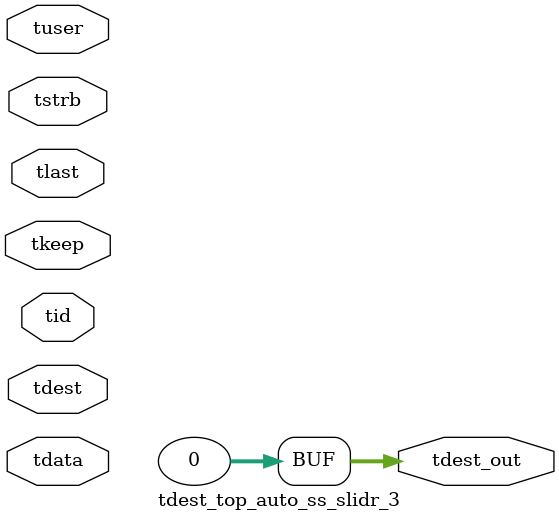
<source format=v>


`timescale 1ps/1ps

module tdest_top_auto_ss_slidr_3 #
(
parameter C_S_AXIS_TDATA_WIDTH = 32,
parameter C_S_AXIS_TUSER_WIDTH = 0,
parameter C_S_AXIS_TID_WIDTH   = 0,
parameter C_S_AXIS_TDEST_WIDTH = 0,
parameter C_M_AXIS_TDEST_WIDTH = 32
)
(
input  [(C_S_AXIS_TDATA_WIDTH == 0 ? 1 : C_S_AXIS_TDATA_WIDTH)-1:0     ] tdata,
input  [(C_S_AXIS_TUSER_WIDTH == 0 ? 1 : C_S_AXIS_TUSER_WIDTH)-1:0     ] tuser,
input  [(C_S_AXIS_TID_WIDTH   == 0 ? 1 : C_S_AXIS_TID_WIDTH)-1:0       ] tid,
input  [(C_S_AXIS_TDEST_WIDTH == 0 ? 1 : C_S_AXIS_TDEST_WIDTH)-1:0     ] tdest,
input  [(C_S_AXIS_TDATA_WIDTH/8)-1:0 ] tkeep,
input  [(C_S_AXIS_TDATA_WIDTH/8)-1:0 ] tstrb,
input                                                                    tlast,
output [C_M_AXIS_TDEST_WIDTH-1:0] tdest_out
);

assign tdest_out = {1'b0};

endmodule


</source>
